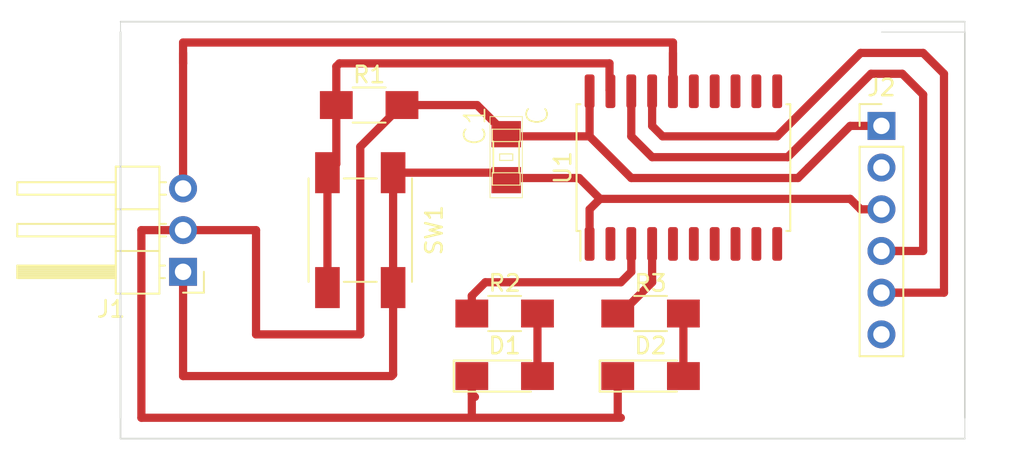
<source format=kicad_pcb>
(kicad_pcb (version 20171130) (host pcbnew "(5.1.9)-1")

  (general
    (thickness 1.6)
    (drawings 11)
    (tracks 80)
    (zones 0)
    (modules 10)
    (nets 25)
  )

  (page A4)
  (layers
    (0 F.Cu signal)
    (31 B.Cu signal)
    (32 B.Adhes user)
    (33 F.Adhes user)
    (34 B.Paste user)
    (35 F.Paste user)
    (36 B.SilkS user)
    (37 F.SilkS user)
    (38 B.Mask user)
    (39 F.Mask user)
    (40 Dwgs.User user)
    (41 Cmts.User user)
    (42 Eco1.User user)
    (43 Eco2.User user)
    (44 Edge.Cuts user)
    (45 Margin user)
    (46 B.CrtYd user)
    (47 F.CrtYd user)
    (48 B.Fab user)
    (49 F.Fab user)
  )

  (setup
    (last_trace_width 0.5)
    (user_trace_width 0.5)
    (trace_clearance 0.2)
    (zone_clearance 0.508)
    (zone_45_only no)
    (trace_min 0.4)
    (via_size 0.8)
    (via_drill 0.4)
    (via_min_size 0.4)
    (via_min_drill 0.3)
    (uvia_size 0.3)
    (uvia_drill 0.1)
    (uvias_allowed no)
    (uvia_min_size 0.2)
    (uvia_min_drill 0.1)
    (edge_width 0.05)
    (segment_width 0.2)
    (pcb_text_width 0.3)
    (pcb_text_size 1.5 1.5)
    (mod_edge_width 0.12)
    (mod_text_size 1 1)
    (mod_text_width 0.15)
    (pad_size 1.524 1.524)
    (pad_drill 0.762)
    (pad_to_mask_clearance 0)
    (aux_axis_origin 0 0)
    (visible_elements 7FFFFFFF)
    (pcbplotparams
      (layerselection 0x01100_7fffffff)
      (usegerberextensions false)
      (usegerberattributes true)
      (usegerberadvancedattributes true)
      (creategerberjobfile true)
      (excludeedgelayer true)
      (linewidth 0.100000)
      (plotframeref false)
      (viasonmask false)
      (mode 1)
      (useauxorigin false)
      (hpglpennumber 1)
      (hpglpenspeed 20)
      (hpglpendiameter 15.000000)
      (psnegative false)
      (psa4output false)
      (plotreference true)
      (plotvalue true)
      (plotinvisibletext false)
      (padsonsilk false)
      (subtractmaskfromsilk false)
      (outputformat 1)
      (mirror false)
      (drillshape 0)
      (scaleselection 1)
      (outputdirectory "C:/Users/goodm/OneDrive/Documents/KiCAD/Blinkbutton1616/"))
  )

  (net 0 "")
  (net 1 GND)
  (net 2 VCC)
  (net 3 "Net-(D1-Pad2)")
  (net 4 "Net-(D2-Pad2)")
  (net 5 "Net-(J1-Pad3)")
  (net 6 "Net-(J2-Pad6)")
  (net 7 RX)
  (net 8 TX)
  (net 9 "Net-(J2-Pad2)")
  (net 10 "Net-(R1-Pad1)")
  (net 11 LED1)
  (net 12 LED2)
  (net 13 "Net-(U1-Pad15)")
  (net 14 "Net-(U1-Pad14)")
  (net 15 "Net-(U1-Pad13)")
  (net 16 "Net-(U1-Pad12)")
  (net 17 "Net-(U1-Pad11)")
  (net 18 "Net-(U1-Pad10)")
  (net 19 "Net-(U1-Pad9)")
  (net 20 "Net-(U1-Pad8)")
  (net 21 "Net-(U1-Pad7)")
  (net 22 "Net-(U1-Pad6)")
  (net 23 "Net-(U1-Pad5)")
  (net 24 "Net-(U1-Pad2)")

  (net_class Default "This is the default net class."
    (clearance 0.2)
    (trace_width 0.25)
    (via_dia 0.8)
    (via_drill 0.4)
    (uvia_dia 0.3)
    (uvia_drill 0.1)
    (add_net GND)
    (add_net LED1)
    (add_net LED2)
    (add_net "Net-(D1-Pad2)")
    (add_net "Net-(D2-Pad2)")
    (add_net "Net-(J1-Pad3)")
    (add_net "Net-(J2-Pad2)")
    (add_net "Net-(J2-Pad6)")
    (add_net "Net-(R1-Pad1)")
    (add_net "Net-(U1-Pad10)")
    (add_net "Net-(U1-Pad11)")
    (add_net "Net-(U1-Pad12)")
    (add_net "Net-(U1-Pad13)")
    (add_net "Net-(U1-Pad14)")
    (add_net "Net-(U1-Pad15)")
    (add_net "Net-(U1-Pad2)")
    (add_net "Net-(U1-Pad5)")
    (add_net "Net-(U1-Pad6)")
    (add_net "Net-(U1-Pad7)")
    (add_net "Net-(U1-Pad8)")
    (add_net "Net-(U1-Pad9)")
    (add_net RX)
    (add_net TX)
    (add_net VCC)
  )

  (module Package_SO:SOIC-20W_7.5x12.8mm_P1.27mm (layer F.Cu) (tedit 5D9F72B1) (tstamp 60013425)
    (at 146.05 118.11 90)
    (descr "SOIC, 20 Pin (JEDEC MS-013AC, https://www.analog.com/media/en/package-pcb-resources/package/233848rw_20.pdf), generated with kicad-footprint-generator ipc_gullwing_generator.py")
    (tags "SOIC SO")
    (path /600136EB)
    (attr smd)
    (fp_text reference U1 (at 0 -7.35 90) (layer F.SilkS)
      (effects (font (size 1 1) (thickness 0.15)))
    )
    (fp_text value ATtiny1616-S (at 0 7.35 90) (layer F.Fab)
      (effects (font (size 1 1) (thickness 0.15)))
    )
    (fp_text user %R (at 0 0 90) (layer F.Fab)
      (effects (font (size 1 1) (thickness 0.15)))
    )
    (fp_line (start 0 6.51) (end 3.86 6.51) (layer F.SilkS) (width 0.12))
    (fp_line (start 3.86 6.51) (end 3.86 6.275) (layer F.SilkS) (width 0.12))
    (fp_line (start 0 6.51) (end -3.86 6.51) (layer F.SilkS) (width 0.12))
    (fp_line (start -3.86 6.51) (end -3.86 6.275) (layer F.SilkS) (width 0.12))
    (fp_line (start 0 -6.51) (end 3.86 -6.51) (layer F.SilkS) (width 0.12))
    (fp_line (start 3.86 -6.51) (end 3.86 -6.275) (layer F.SilkS) (width 0.12))
    (fp_line (start 0 -6.51) (end -3.86 -6.51) (layer F.SilkS) (width 0.12))
    (fp_line (start -3.86 -6.51) (end -3.86 -6.275) (layer F.SilkS) (width 0.12))
    (fp_line (start -3.86 -6.275) (end -5.675 -6.275) (layer F.SilkS) (width 0.12))
    (fp_line (start -2.75 -6.4) (end 3.75 -6.4) (layer F.Fab) (width 0.1))
    (fp_line (start 3.75 -6.4) (end 3.75 6.4) (layer F.Fab) (width 0.1))
    (fp_line (start 3.75 6.4) (end -3.75 6.4) (layer F.Fab) (width 0.1))
    (fp_line (start -3.75 6.4) (end -3.75 -5.4) (layer F.Fab) (width 0.1))
    (fp_line (start -3.75 -5.4) (end -2.75 -6.4) (layer F.Fab) (width 0.1))
    (fp_line (start -5.93 -6.65) (end -5.93 6.65) (layer F.CrtYd) (width 0.05))
    (fp_line (start -5.93 6.65) (end 5.93 6.65) (layer F.CrtYd) (width 0.05))
    (fp_line (start 5.93 6.65) (end 5.93 -6.65) (layer F.CrtYd) (width 0.05))
    (fp_line (start 5.93 -6.65) (end -5.93 -6.65) (layer F.CrtYd) (width 0.05))
    (pad 20 smd roundrect (at 4.65 -5.715 90) (size 2.05 0.6) (layers F.Cu F.Paste F.Mask) (roundrect_rratio 0.25)
      (net 1 GND))
    (pad 19 smd roundrect (at 4.65 -4.445 90) (size 2.05 0.6) (layers F.Cu F.Paste F.Mask) (roundrect_rratio 0.25)
      (net 10 "Net-(R1-Pad1)"))
    (pad 18 smd roundrect (at 4.65 -3.175 90) (size 2.05 0.6) (layers F.Cu F.Paste F.Mask) (roundrect_rratio 0.25)
      (net 8 TX))
    (pad 17 smd roundrect (at 4.65 -1.905 90) (size 2.05 0.6) (layers F.Cu F.Paste F.Mask) (roundrect_rratio 0.25)
      (net 7 RX))
    (pad 16 smd roundrect (at 4.65 -0.635 90) (size 2.05 0.6) (layers F.Cu F.Paste F.Mask) (roundrect_rratio 0.25)
      (net 5 "Net-(J1-Pad3)"))
    (pad 15 smd roundrect (at 4.65 0.635 90) (size 2.05 0.6) (layers F.Cu F.Paste F.Mask) (roundrect_rratio 0.25)
      (net 13 "Net-(U1-Pad15)"))
    (pad 14 smd roundrect (at 4.65 1.905 90) (size 2.05 0.6) (layers F.Cu F.Paste F.Mask) (roundrect_rratio 0.25)
      (net 14 "Net-(U1-Pad14)"))
    (pad 13 smd roundrect (at 4.65 3.175 90) (size 2.05 0.6) (layers F.Cu F.Paste F.Mask) (roundrect_rratio 0.25)
      (net 15 "Net-(U1-Pad13)"))
    (pad 12 smd roundrect (at 4.65 4.445 90) (size 2.05 0.6) (layers F.Cu F.Paste F.Mask) (roundrect_rratio 0.25)
      (net 16 "Net-(U1-Pad12)"))
    (pad 11 smd roundrect (at 4.65 5.715 90) (size 2.05 0.6) (layers F.Cu F.Paste F.Mask) (roundrect_rratio 0.25)
      (net 17 "Net-(U1-Pad11)"))
    (pad 10 smd roundrect (at -4.65 5.715 90) (size 2.05 0.6) (layers F.Cu F.Paste F.Mask) (roundrect_rratio 0.25)
      (net 18 "Net-(U1-Pad10)"))
    (pad 9 smd roundrect (at -4.65 4.445 90) (size 2.05 0.6) (layers F.Cu F.Paste F.Mask) (roundrect_rratio 0.25)
      (net 19 "Net-(U1-Pad9)"))
    (pad 8 smd roundrect (at -4.65 3.175 90) (size 2.05 0.6) (layers F.Cu F.Paste F.Mask) (roundrect_rratio 0.25)
      (net 20 "Net-(U1-Pad8)"))
    (pad 7 smd roundrect (at -4.65 1.905 90) (size 2.05 0.6) (layers F.Cu F.Paste F.Mask) (roundrect_rratio 0.25)
      (net 21 "Net-(U1-Pad7)"))
    (pad 6 smd roundrect (at -4.65 0.635 90) (size 2.05 0.6) (layers F.Cu F.Paste F.Mask) (roundrect_rratio 0.25)
      (net 22 "Net-(U1-Pad6)"))
    (pad 5 smd roundrect (at -4.65 -0.635 90) (size 2.05 0.6) (layers F.Cu F.Paste F.Mask) (roundrect_rratio 0.25)
      (net 23 "Net-(U1-Pad5)"))
    (pad 4 smd roundrect (at -4.65 -1.905 90) (size 2.05 0.6) (layers F.Cu F.Paste F.Mask) (roundrect_rratio 0.25)
      (net 12 LED2))
    (pad 3 smd roundrect (at -4.65 -3.175 90) (size 2.05 0.6) (layers F.Cu F.Paste F.Mask) (roundrect_rratio 0.25)
      (net 11 LED1))
    (pad 2 smd roundrect (at -4.65 -4.445 90) (size 2.05 0.6) (layers F.Cu F.Paste F.Mask) (roundrect_rratio 0.25)
      (net 24 "Net-(U1-Pad2)"))
    (pad 1 smd roundrect (at -4.65 -5.715 90) (size 2.05 0.6) (layers F.Cu F.Paste F.Mask) (roundrect_rratio 0.25)
      (net 2 VCC))
    (model ${KISYS3DMOD}/Package_SO.3dshapes/SOIC-20W_7.5x12.8mm_P1.27mm.wrl
      (at (xyz 0 0 0))
      (scale (xyz 1 1 1))
      (rotate (xyz 0 0 0))
    )
  )

  (module Connector_PinHeader_2.54mm:PinHeader_1x06_P2.54mm_Vertical (layer F.Cu) (tedit 59FED5CC) (tstamp 60015083)
    (at 158.115 115.57)
    (descr "Through hole straight pin header, 1x06, 2.54mm pitch, single row")
    (tags "Through hole pin header THT 1x06 2.54mm single row")
    (path /600252B5)
    (fp_text reference J2 (at 0 -2.33) (layer F.SilkS)
      (effects (font (size 1 1) (thickness 0.15)))
    )
    (fp_text value Conn_FTDI_01x06_Male (at 0 15.03) (layer F.Fab)
      (effects (font (size 1 1) (thickness 0.15)))
    )
    (fp_line (start 1.8 -1.8) (end -1.8 -1.8) (layer F.CrtYd) (width 0.05))
    (fp_line (start 1.8 14.5) (end 1.8 -1.8) (layer F.CrtYd) (width 0.05))
    (fp_line (start -1.8 14.5) (end 1.8 14.5) (layer F.CrtYd) (width 0.05))
    (fp_line (start -1.8 -1.8) (end -1.8 14.5) (layer F.CrtYd) (width 0.05))
    (fp_line (start -1.33 -1.33) (end 0 -1.33) (layer F.SilkS) (width 0.12))
    (fp_line (start -1.33 0) (end -1.33 -1.33) (layer F.SilkS) (width 0.12))
    (fp_line (start -1.33 1.27) (end 1.33 1.27) (layer F.SilkS) (width 0.12))
    (fp_line (start 1.33 1.27) (end 1.33 14.03) (layer F.SilkS) (width 0.12))
    (fp_line (start -1.33 1.27) (end -1.33 14.03) (layer F.SilkS) (width 0.12))
    (fp_line (start -1.33 14.03) (end 1.33 14.03) (layer F.SilkS) (width 0.12))
    (fp_line (start -1.27 -0.635) (end -0.635 -1.27) (layer F.Fab) (width 0.1))
    (fp_line (start -1.27 13.97) (end -1.27 -0.635) (layer F.Fab) (width 0.1))
    (fp_line (start 1.27 13.97) (end -1.27 13.97) (layer F.Fab) (width 0.1))
    (fp_line (start 1.27 -1.27) (end 1.27 13.97) (layer F.Fab) (width 0.1))
    (fp_line (start -0.635 -1.27) (end 1.27 -1.27) (layer F.Fab) (width 0.1))
    (fp_text user %R (at 0 6.35 90) (layer F.Fab)
      (effects (font (size 1 1) (thickness 0.15)))
    )
    (pad 6 thru_hole oval (at 0 12.7) (size 1.7 1.7) (drill 1) (layers *.Cu *.Mask)
      (net 6 "Net-(J2-Pad6)"))
    (pad 5 thru_hole oval (at 0 10.16) (size 1.7 1.7) (drill 1) (layers *.Cu *.Mask)
      (net 7 RX))
    (pad 4 thru_hole oval (at 0 7.62) (size 1.7 1.7) (drill 1) (layers *.Cu *.Mask)
      (net 8 TX))
    (pad 3 thru_hole oval (at 0 5.08) (size 1.7 1.7) (drill 1) (layers *.Cu *.Mask)
      (net 2 VCC))
    (pad 2 thru_hole oval (at 0 2.54) (size 1.7 1.7) (drill 1) (layers *.Cu *.Mask)
      (net 9 "Net-(J2-Pad2)"))
    (pad 1 thru_hole rect (at 0 0) (size 1.7 1.7) (drill 1) (layers *.Cu *.Mask)
      (net 1 GND))
    (model ${KISYS3DMOD}/Connector_PinHeader_2.54mm.3dshapes/PinHeader_1x06_P2.54mm_Vertical.wrl
      (at (xyz 0 0 0))
      (scale (xyz 1 1 1))
      (rotate (xyz 0 0 0))
    )
  )

  (module Connector_PinHeader_2.54mm:PinHeader_1x03_P2.54mm_Horizontal (layer F.Cu) (tedit 59FED5CB) (tstamp 60002154)
    (at 115.57 124.46 180)
    (descr "Through hole angled pin header, 1x03, 2.54mm pitch, 6mm pin length, single row")
    (tags "Through hole angled pin header THT 1x03 2.54mm single row")
    (path /6002AE56)
    (fp_text reference J1 (at 4.385 -2.27) (layer F.SilkS)
      (effects (font (size 1 1) (thickness 0.15)))
    )
    (fp_text value Conn_01x03_Male (at 4.385 7.35) (layer F.Fab)
      (effects (font (size 1 1) (thickness 0.15)))
    )
    (fp_line (start 10.55 -1.8) (end -1.8 -1.8) (layer F.CrtYd) (width 0.05))
    (fp_line (start 10.55 6.85) (end 10.55 -1.8) (layer F.CrtYd) (width 0.05))
    (fp_line (start -1.8 6.85) (end 10.55 6.85) (layer F.CrtYd) (width 0.05))
    (fp_line (start -1.8 -1.8) (end -1.8 6.85) (layer F.CrtYd) (width 0.05))
    (fp_line (start -1.27 -1.27) (end 0 -1.27) (layer F.SilkS) (width 0.12))
    (fp_line (start -1.27 0) (end -1.27 -1.27) (layer F.SilkS) (width 0.12))
    (fp_line (start 1.042929 5.46) (end 1.44 5.46) (layer F.SilkS) (width 0.12))
    (fp_line (start 1.042929 4.7) (end 1.44 4.7) (layer F.SilkS) (width 0.12))
    (fp_line (start 10.1 5.46) (end 4.1 5.46) (layer F.SilkS) (width 0.12))
    (fp_line (start 10.1 4.7) (end 10.1 5.46) (layer F.SilkS) (width 0.12))
    (fp_line (start 4.1 4.7) (end 10.1 4.7) (layer F.SilkS) (width 0.12))
    (fp_line (start 1.44 3.81) (end 4.1 3.81) (layer F.SilkS) (width 0.12))
    (fp_line (start 1.042929 2.92) (end 1.44 2.92) (layer F.SilkS) (width 0.12))
    (fp_line (start 1.042929 2.16) (end 1.44 2.16) (layer F.SilkS) (width 0.12))
    (fp_line (start 10.1 2.92) (end 4.1 2.92) (layer F.SilkS) (width 0.12))
    (fp_line (start 10.1 2.16) (end 10.1 2.92) (layer F.SilkS) (width 0.12))
    (fp_line (start 4.1 2.16) (end 10.1 2.16) (layer F.SilkS) (width 0.12))
    (fp_line (start 1.44 1.27) (end 4.1 1.27) (layer F.SilkS) (width 0.12))
    (fp_line (start 1.11 0.38) (end 1.44 0.38) (layer F.SilkS) (width 0.12))
    (fp_line (start 1.11 -0.38) (end 1.44 -0.38) (layer F.SilkS) (width 0.12))
    (fp_line (start 4.1 0.28) (end 10.1 0.28) (layer F.SilkS) (width 0.12))
    (fp_line (start 4.1 0.16) (end 10.1 0.16) (layer F.SilkS) (width 0.12))
    (fp_line (start 4.1 0.04) (end 10.1 0.04) (layer F.SilkS) (width 0.12))
    (fp_line (start 4.1 -0.08) (end 10.1 -0.08) (layer F.SilkS) (width 0.12))
    (fp_line (start 4.1 -0.2) (end 10.1 -0.2) (layer F.SilkS) (width 0.12))
    (fp_line (start 4.1 -0.32) (end 10.1 -0.32) (layer F.SilkS) (width 0.12))
    (fp_line (start 10.1 0.38) (end 4.1 0.38) (layer F.SilkS) (width 0.12))
    (fp_line (start 10.1 -0.38) (end 10.1 0.38) (layer F.SilkS) (width 0.12))
    (fp_line (start 4.1 -0.38) (end 10.1 -0.38) (layer F.SilkS) (width 0.12))
    (fp_line (start 4.1 -1.33) (end 1.44 -1.33) (layer F.SilkS) (width 0.12))
    (fp_line (start 4.1 6.41) (end 4.1 -1.33) (layer F.SilkS) (width 0.12))
    (fp_line (start 1.44 6.41) (end 4.1 6.41) (layer F.SilkS) (width 0.12))
    (fp_line (start 1.44 -1.33) (end 1.44 6.41) (layer F.SilkS) (width 0.12))
    (fp_line (start 4.04 5.4) (end 10.04 5.4) (layer F.Fab) (width 0.1))
    (fp_line (start 10.04 4.76) (end 10.04 5.4) (layer F.Fab) (width 0.1))
    (fp_line (start 4.04 4.76) (end 10.04 4.76) (layer F.Fab) (width 0.1))
    (fp_line (start -0.32 5.4) (end 1.5 5.4) (layer F.Fab) (width 0.1))
    (fp_line (start -0.32 4.76) (end -0.32 5.4) (layer F.Fab) (width 0.1))
    (fp_line (start -0.32 4.76) (end 1.5 4.76) (layer F.Fab) (width 0.1))
    (fp_line (start 4.04 2.86) (end 10.04 2.86) (layer F.Fab) (width 0.1))
    (fp_line (start 10.04 2.22) (end 10.04 2.86) (layer F.Fab) (width 0.1))
    (fp_line (start 4.04 2.22) (end 10.04 2.22) (layer F.Fab) (width 0.1))
    (fp_line (start -0.32 2.86) (end 1.5 2.86) (layer F.Fab) (width 0.1))
    (fp_line (start -0.32 2.22) (end -0.32 2.86) (layer F.Fab) (width 0.1))
    (fp_line (start -0.32 2.22) (end 1.5 2.22) (layer F.Fab) (width 0.1))
    (fp_line (start 4.04 0.32) (end 10.04 0.32) (layer F.Fab) (width 0.1))
    (fp_line (start 10.04 -0.32) (end 10.04 0.32) (layer F.Fab) (width 0.1))
    (fp_line (start 4.04 -0.32) (end 10.04 -0.32) (layer F.Fab) (width 0.1))
    (fp_line (start -0.32 0.32) (end 1.5 0.32) (layer F.Fab) (width 0.1))
    (fp_line (start -0.32 -0.32) (end -0.32 0.32) (layer F.Fab) (width 0.1))
    (fp_line (start -0.32 -0.32) (end 1.5 -0.32) (layer F.Fab) (width 0.1))
    (fp_line (start 1.5 -0.635) (end 2.135 -1.27) (layer F.Fab) (width 0.1))
    (fp_line (start 1.5 6.35) (end 1.5 -0.635) (layer F.Fab) (width 0.1))
    (fp_line (start 4.04 6.35) (end 1.5 6.35) (layer F.Fab) (width 0.1))
    (fp_line (start 4.04 -1.27) (end 4.04 6.35) (layer F.Fab) (width 0.1))
    (fp_line (start 2.135 -1.27) (end 4.04 -1.27) (layer F.Fab) (width 0.1))
    (fp_text user %R (at 2.77 2.54 90) (layer F.Fab)
      (effects (font (size 1 1) (thickness 0.15)))
    )
    (pad 3 thru_hole oval (at 0 5.08 180) (size 1.7 1.7) (drill 1) (layers *.Cu *.Mask)
      (net 5 "Net-(J1-Pad3)"))
    (pad 2 thru_hole oval (at 0 2.54 180) (size 1.7 1.7) (drill 1) (layers *.Cu *.Mask)
      (net 1 GND))
    (pad 1 thru_hole rect (at 0 0 180) (size 1.7 1.7) (drill 1) (layers *.Cu *.Mask)
      (net 2 VCC))
    (model ${KISYS3DMOD}/Connector_PinHeader_2.54mm.3dshapes/PinHeader_1x03_P2.54mm_Horizontal.wrl
      (at (xyz 0 0 0))
      (scale (xyz 1 1 1))
      (rotate (xyz 0 0 0))
    )
  )

  (module fab:Button_Omron_B3SN_6x6mm (layer F.Cu) (tedit 5EC65B05) (tstamp 60004662)
    (at 126.365 121.92 270)
    (descr "Surface Mount Tactile Switch for High-Density Packaging")
    (tags "Tactile Switch")
    (path /60026D90)
    (attr smd)
    (fp_text reference SW1 (at 0 -4.5 90) (layer F.SilkS)
      (effects (font (size 1 1) (thickness 0.15)))
    )
    (fp_text value BUTTON_B3SN (at 0 4.5 90) (layer F.Fab)
      (effects (font (size 1 1) (thickness 0.15)))
    )
    (fp_line (start -5 3.7) (end 5 3.7) (layer F.CrtYd) (width 0.05))
    (fp_line (start 5 3.7) (end 5 -3.7) (layer F.CrtYd) (width 0.05))
    (fp_line (start 5 -3.7) (end -5 -3.7) (layer F.CrtYd) (width 0.05))
    (fp_line (start -5 -3.7) (end -5 3.7) (layer F.CrtYd) (width 0.05))
    (fp_line (start -3.15 -3.15) (end 3.15 -3.15) (layer F.SilkS) (width 0.12))
    (fp_line (start -3.15 1) (end -3.15 -1) (layer F.SilkS) (width 0.12))
    (fp_line (start 3.15 3.15) (end -3.15 3.15) (layer F.SilkS) (width 0.12))
    (fp_line (start 3.15 -1) (end 3.15 1) (layer F.SilkS) (width 0.12))
    (fp_circle (center 0 0) (end 1.65 0) (layer F.Fab) (width 0.1))
    (fp_line (start -3 -3) (end 3 -3) (layer F.Fab) (width 0.1))
    (fp_line (start 3 -3) (end 3 3) (layer F.Fab) (width 0.1))
    (fp_line (start 3 3) (end -3 3) (layer F.Fab) (width 0.1))
    (fp_line (start -3 3) (end -3 -3) (layer F.Fab) (width 0.1))
    (fp_text user %R (at 0 -4.5 90) (layer F.Fab)
      (effects (font (size 1 1) (thickness 0.15)))
    )
    (pad 1 smd rect (at -3.5 -2 270) (size 2.5 1.5) (layers F.Cu F.Paste F.Mask)
      (net 2 VCC))
    (pad 1 smd rect (at 3.5 -2 270) (size 2.5 1.5) (layers F.Cu F.Paste F.Mask)
      (net 2 VCC))
    (pad 2 smd rect (at -3.5 2 270) (size 2.5 1.5) (layers F.Cu F.Paste F.Mask)
      (net 10 "Net-(R1-Pad1)"))
    (pad 2 smd rect (at 3.5 2 270) (size 2.5 1.5) (layers F.Cu F.Paste F.Mask)
      (net 10 "Net-(R1-Pad1)"))
    (model ${KISYS3DMOD}/Buttons_Switches_SMD.3dshapes/SW_SPST_B3S-1000.wrl
      (at (xyz 0 0 0))
      (scale (xyz 1 1 1))
      (rotate (xyz 0 0 0))
    )
  )

  (module fab:R_1206 (layer F.Cu) (tedit 58E0A804) (tstamp 600143F0)
    (at 144.05 127)
    (descr "Resistor SMD 1206, hand soldering")
    (tags "resistor 1206")
    (path /6002D96C)
    (attr smd)
    (fp_text reference R3 (at 0 -1.85) (layer F.SilkS)
      (effects (font (size 1 1) (thickness 0.15)))
    )
    (fp_text value 1K (at 0 1.9) (layer F.Fab)
      (effects (font (size 1 1) (thickness 0.15)))
    )
    (fp_line (start -1.6 0.8) (end -1.6 -0.8) (layer F.Fab) (width 0.1))
    (fp_line (start 1.6 0.8) (end -1.6 0.8) (layer F.Fab) (width 0.1))
    (fp_line (start 1.6 -0.8) (end 1.6 0.8) (layer F.Fab) (width 0.1))
    (fp_line (start -1.6 -0.8) (end 1.6 -0.8) (layer F.Fab) (width 0.1))
    (fp_line (start 1 1.07) (end -1 1.07) (layer F.SilkS) (width 0.12))
    (fp_line (start -1 -1.07) (end 1 -1.07) (layer F.SilkS) (width 0.12))
    (fp_line (start -3.25 -1.11) (end 3.25 -1.11) (layer F.CrtYd) (width 0.05))
    (fp_line (start -3.25 -1.11) (end -3.25 1.1) (layer F.CrtYd) (width 0.05))
    (fp_line (start 3.25 1.1) (end 3.25 -1.11) (layer F.CrtYd) (width 0.05))
    (fp_line (start 3.25 1.1) (end -3.25 1.1) (layer F.CrtYd) (width 0.05))
    (fp_text user %R (at 0 0) (layer F.Fab)
      (effects (font (size 0.7 0.7) (thickness 0.105)))
    )
    (pad 1 smd rect (at -2 0) (size 2 1.7) (layers F.Cu F.Paste F.Mask)
      (net 12 LED2))
    (pad 2 smd rect (at 2 0) (size 2 1.7) (layers F.Cu F.Paste F.Mask)
      (net 4 "Net-(D2-Pad2)"))
    (model ${KISYS3DMOD}/Resistors_SMD.3dshapes/R_1206.wrl
      (at (xyz 0 0 0))
      (scale (xyz 1 1 1))
      (rotate (xyz 0 0 0))
    )
  )

  (module fab:R_1206 (layer F.Cu) (tedit 58E0A804) (tstamp 60014420)
    (at 135.16 127)
    (descr "Resistor SMD 1206, hand soldering")
    (tags "resistor 1206")
    (path /6002CEA8)
    (attr smd)
    (fp_text reference R2 (at 0 -1.85) (layer F.SilkS)
      (effects (font (size 1 1) (thickness 0.15)))
    )
    (fp_text value 1K (at 0 1.9) (layer F.Fab)
      (effects (font (size 1 1) (thickness 0.15)))
    )
    (fp_line (start -1.6 0.8) (end -1.6 -0.8) (layer F.Fab) (width 0.1))
    (fp_line (start 1.6 0.8) (end -1.6 0.8) (layer F.Fab) (width 0.1))
    (fp_line (start 1.6 -0.8) (end 1.6 0.8) (layer F.Fab) (width 0.1))
    (fp_line (start -1.6 -0.8) (end 1.6 -0.8) (layer F.Fab) (width 0.1))
    (fp_line (start 1 1.07) (end -1 1.07) (layer F.SilkS) (width 0.12))
    (fp_line (start -1 -1.07) (end 1 -1.07) (layer F.SilkS) (width 0.12))
    (fp_line (start -3.25 -1.11) (end 3.25 -1.11) (layer F.CrtYd) (width 0.05))
    (fp_line (start -3.25 -1.11) (end -3.25 1.1) (layer F.CrtYd) (width 0.05))
    (fp_line (start 3.25 1.1) (end 3.25 -1.11) (layer F.CrtYd) (width 0.05))
    (fp_line (start 3.25 1.1) (end -3.25 1.1) (layer F.CrtYd) (width 0.05))
    (fp_text user %R (at 0 0) (layer F.Fab)
      (effects (font (size 0.7 0.7) (thickness 0.105)))
    )
    (pad 1 smd rect (at -2 0) (size 2 1.7) (layers F.Cu F.Paste F.Mask)
      (net 11 LED1))
    (pad 2 smd rect (at 2 0) (size 2 1.7) (layers F.Cu F.Paste F.Mask)
      (net 3 "Net-(D1-Pad2)"))
    (model ${KISYS3DMOD}/Resistors_SMD.3dshapes/R_1206.wrl
      (at (xyz 0 0 0))
      (scale (xyz 1 1 1))
      (rotate (xyz 0 0 0))
    )
  )

  (module fab:R_1206 (layer F.Cu) (tedit 58E0A804) (tstamp 60004C78)
    (at 126.905 114.3)
    (descr "Resistor SMD 1206, hand soldering")
    (tags "resistor 1206")
    (path /6003A20C)
    (attr smd)
    (fp_text reference R1 (at 0 -1.85) (layer F.SilkS)
      (effects (font (size 1 1) (thickness 0.15)))
    )
    (fp_text value 1K (at 0 1.9) (layer F.Fab)
      (effects (font (size 1 1) (thickness 0.15)))
    )
    (fp_line (start -1.6 0.8) (end -1.6 -0.8) (layer F.Fab) (width 0.1))
    (fp_line (start 1.6 0.8) (end -1.6 0.8) (layer F.Fab) (width 0.1))
    (fp_line (start 1.6 -0.8) (end 1.6 0.8) (layer F.Fab) (width 0.1))
    (fp_line (start -1.6 -0.8) (end 1.6 -0.8) (layer F.Fab) (width 0.1))
    (fp_line (start 1 1.07) (end -1 1.07) (layer F.SilkS) (width 0.12))
    (fp_line (start -1 -1.07) (end 1 -1.07) (layer F.SilkS) (width 0.12))
    (fp_line (start -3.25 -1.11) (end 3.25 -1.11) (layer F.CrtYd) (width 0.05))
    (fp_line (start -3.25 -1.11) (end -3.25 1.1) (layer F.CrtYd) (width 0.05))
    (fp_line (start 3.25 1.1) (end 3.25 -1.11) (layer F.CrtYd) (width 0.05))
    (fp_line (start 3.25 1.1) (end -3.25 1.1) (layer F.CrtYd) (width 0.05))
    (fp_text user %R (at 0 0) (layer F.Fab)
      (effects (font (size 0.7 0.7) (thickness 0.105)))
    )
    (pad 1 smd rect (at -2 0) (size 2 1.7) (layers F.Cu F.Paste F.Mask)
      (net 10 "Net-(R1-Pad1)"))
    (pad 2 smd rect (at 2 0) (size 2 1.7) (layers F.Cu F.Paste F.Mask)
      (net 1 GND))
    (model ${KISYS3DMOD}/Resistors_SMD.3dshapes/R_1206.wrl
      (at (xyz 0 0 0))
      (scale (xyz 1 1 1))
      (rotate (xyz 0 0 0))
    )
  )

  (module fab:LED_1206 (layer F.Cu) (tedit 595FC724) (tstamp 6001437C)
    (at 144.05 130.81)
    (descr "LED SMD 1206, hand soldering")
    (tags "LED 1206")
    (path /60029C72)
    (attr smd)
    (fp_text reference D2 (at 0 -1.85) (layer F.SilkS)
      (effects (font (size 1 1) (thickness 0.15)))
    )
    (fp_text value "LED GRN" (at 0 1.9) (layer F.Fab)
      (effects (font (size 1 1) (thickness 0.15)))
    )
    (fp_line (start -3.1 -0.95) (end -3.1 0.95) (layer F.SilkS) (width 0.12))
    (fp_line (start -0.4 0) (end 0.2 -0.4) (layer F.Fab) (width 0.1))
    (fp_line (start 0.2 -0.4) (end 0.2 0.4) (layer F.Fab) (width 0.1))
    (fp_line (start 0.2 0.4) (end -0.4 0) (layer F.Fab) (width 0.1))
    (fp_line (start -0.45 -0.4) (end -0.45 0.4) (layer F.Fab) (width 0.1))
    (fp_line (start -1.6 0.8) (end -1.6 -0.8) (layer F.Fab) (width 0.1))
    (fp_line (start 1.6 0.8) (end -1.6 0.8) (layer F.Fab) (width 0.1))
    (fp_line (start 1.6 -0.8) (end 1.6 0.8) (layer F.Fab) (width 0.1))
    (fp_line (start -1.6 -0.8) (end 1.6 -0.8) (layer F.Fab) (width 0.1))
    (fp_line (start -3.1 0.95) (end 1.6 0.95) (layer F.SilkS) (width 0.12))
    (fp_line (start -3.1 -0.95) (end 1.6 -0.95) (layer F.SilkS) (width 0.12))
    (fp_line (start -3.25 -1.11) (end 3.25 -1.11) (layer F.CrtYd) (width 0.05))
    (fp_line (start -3.25 -1.11) (end -3.25 1.1) (layer F.CrtYd) (width 0.05))
    (fp_line (start 3.25 1.1) (end 3.25 -1.11) (layer F.CrtYd) (width 0.05))
    (fp_line (start 3.25 1.1) (end -3.25 1.1) (layer F.CrtYd) (width 0.05))
    (pad 1 smd rect (at -2 0) (size 2 1.7) (layers F.Cu F.Paste F.Mask)
      (net 1 GND))
    (pad 2 smd rect (at 2 0) (size 2 1.7) (layers F.Cu F.Paste F.Mask)
      (net 4 "Net-(D2-Pad2)"))
    (model ${KISYS3DMOD}/LEDs.3dshapes/LED_1206.wrl
      (at (xyz 0 0 0))
      (scale (xyz 1 1 1))
      (rotate (xyz 0 0 180))
    )
  )

  (module fab:LED_1206 (layer F.Cu) (tedit 595FC724) (tstamp 600143B8)
    (at 135.16 130.81)
    (descr "LED SMD 1206, hand soldering")
    (tags "LED 1206")
    (path /600284C6)
    (attr smd)
    (fp_text reference D1 (at 0 -1.85) (layer F.SilkS)
      (effects (font (size 1 1) (thickness 0.15)))
    )
    (fp_text value "LED YLW" (at 0 1.9) (layer F.Fab)
      (effects (font (size 1 1) (thickness 0.15)))
    )
    (fp_line (start -3.1 -0.95) (end -3.1 0.95) (layer F.SilkS) (width 0.12))
    (fp_line (start -0.4 0) (end 0.2 -0.4) (layer F.Fab) (width 0.1))
    (fp_line (start 0.2 -0.4) (end 0.2 0.4) (layer F.Fab) (width 0.1))
    (fp_line (start 0.2 0.4) (end -0.4 0) (layer F.Fab) (width 0.1))
    (fp_line (start -0.45 -0.4) (end -0.45 0.4) (layer F.Fab) (width 0.1))
    (fp_line (start -1.6 0.8) (end -1.6 -0.8) (layer F.Fab) (width 0.1))
    (fp_line (start 1.6 0.8) (end -1.6 0.8) (layer F.Fab) (width 0.1))
    (fp_line (start 1.6 -0.8) (end 1.6 0.8) (layer F.Fab) (width 0.1))
    (fp_line (start -1.6 -0.8) (end 1.6 -0.8) (layer F.Fab) (width 0.1))
    (fp_line (start -3.1 0.95) (end 1.6 0.95) (layer F.SilkS) (width 0.12))
    (fp_line (start -3.1 -0.95) (end 1.6 -0.95) (layer F.SilkS) (width 0.12))
    (fp_line (start -3.25 -1.11) (end 3.25 -1.11) (layer F.CrtYd) (width 0.05))
    (fp_line (start -3.25 -1.11) (end -3.25 1.1) (layer F.CrtYd) (width 0.05))
    (fp_line (start 3.25 1.1) (end 3.25 -1.11) (layer F.CrtYd) (width 0.05))
    (fp_line (start 3.25 1.1) (end -3.25 1.1) (layer F.CrtYd) (width 0.05))
    (pad 1 smd rect (at -2 0) (size 2 1.7) (layers F.Cu F.Paste F.Mask)
      (net 1 GND))
    (pad 2 smd rect (at 2 0) (size 2 1.7) (layers F.Cu F.Paste F.Mask)
      (net 3 "Net-(D1-Pad2)"))
    (model ${KISYS3DMOD}/LEDs.3dshapes/LED_1206.wrl
      (at (xyz 0 0 0))
      (scale (xyz 1 1 1))
      (rotate (xyz 0 0 180))
    )
  )

  (module fab:fab-C1206 (layer F.Cu) (tedit 200000) (tstamp 600041D0)
    (at 135.255 117.475 90)
    (descr CAPACITOR)
    (tags CAPACITOR)
    (path /60024360)
    (attr smd)
    (fp_text reference C1 (at 1.905 -1.905 90) (layer F.SilkS)
      (effects (font (size 1.27 1.27) (thickness 0.1016)))
    )
    (fp_text value C (at 2.54 1.905 90) (layer F.SilkS)
      (effects (font (size 1.27 1.27) (thickness 0.1016)))
    )
    (fp_line (start -0.96266 0.78486) (end 0.96266 0.78486) (layer F.SilkS) (width 0.1016))
    (fp_line (start -0.96266 -0.78486) (end 0.96266 -0.78486) (layer F.SilkS) (width 0.1016))
    (fp_line (start 2.47142 -0.98298) (end 2.47142 0.98298) (layer F.SilkS) (width 0.0508))
    (fp_line (start -2.47142 0.98298) (end -2.47142 -0.98298) (layer F.SilkS) (width 0.0508))
    (fp_line (start 2.47142 0.98298) (end -2.47142 0.98298) (layer F.SilkS) (width 0.0508))
    (fp_line (start -2.47142 -0.98298) (end 2.47142 -0.98298) (layer F.SilkS) (width 0.0508))
    (fp_line (start -0.19812 0.39878) (end -0.19812 -0.39878) (layer F.SilkS) (width 0.06604))
    (fp_line (start -0.19812 -0.39878) (end 0.19812 -0.39878) (layer F.SilkS) (width 0.06604))
    (fp_line (start 0.19812 0.39878) (end 0.19812 -0.39878) (layer F.SilkS) (width 0.06604))
    (fp_line (start -0.19812 0.39878) (end 0.19812 0.39878) (layer F.SilkS) (width 0.06604))
    (fp_line (start 0.94996 0.84836) (end 0.94996 -0.8509) (layer F.SilkS) (width 0.06604))
    (fp_line (start 0.94996 -0.8509) (end 1.7018 -0.8509) (layer F.SilkS) (width 0.06604))
    (fp_line (start 1.7018 0.84836) (end 1.7018 -0.8509) (layer F.SilkS) (width 0.06604))
    (fp_line (start 0.94996 0.84836) (end 1.7018 0.84836) (layer F.SilkS) (width 0.06604))
    (fp_line (start -1.7018 0.8509) (end -1.7018 -0.84836) (layer F.SilkS) (width 0.06604))
    (fp_line (start -1.7018 -0.84836) (end -0.94996 -0.84836) (layer F.SilkS) (width 0.06604))
    (fp_line (start -0.94996 0.8509) (end -0.94996 -0.84836) (layer F.SilkS) (width 0.06604))
    (fp_line (start -1.7018 0.8509) (end -0.94996 0.8509) (layer F.SilkS) (width 0.06604))
    (pad 2 smd rect (at 1.39954 0 90) (size 1.59766 1.79832) (layers F.Cu F.Paste F.Mask)
      (net 1 GND))
    (pad 1 smd rect (at -1.39954 0 90) (size 1.59766 1.79832) (layers F.Cu F.Paste F.Mask)
      (net 2 VCC))
  )

  (gr_poly (pts (xy 164.465 135.89) (xy 110.49 135.89) (xy 110.49 107.95) (xy 164.465 107.95)) (layer Margin) (width 0.1))
  (gr_poly (pts (xy 163.195 134.62) (xy 111.76 134.62) (xy 111.76 109.22) (xy 163.195 109.22)) (layer Dwgs.User) (width 0.1))
  (gr_line (start 111.76 109.22) (end 111.76 109.855) (layer Edge.Cuts) (width 0.05) (tstamp 600145FC))
  (gr_line (start 163.195 109.855) (end 163.195 109.22) (layer Edge.Cuts) (width 0.05) (tstamp 600145FB))
  (gr_line (start 163.195 134.62) (end 163.195 133.35) (layer Edge.Cuts) (width 0.05) (tstamp 600145FA))
  (gr_line (start 111.76 109.22) (end 163.195 109.22) (layer Edge.Cuts) (width 0.1))
  (gr_line (start 111.76 134.62) (end 111.76 109.855) (layer Edge.Cuts) (width 0.1))
  (gr_line (start 163.195 134.62) (end 111.76 134.62) (layer Edge.Cuts) (width 0.1))
  (gr_line (start 158.115 109.855) (end 163.195 109.855) (layer Edge.Cuts) (width 0.05) (tstamp 600133CF))
  (gr_line (start 163.195 109.855) (end 163.195 133.35) (layer Edge.Cuts) (width 0.1) (tstamp 6001332C))
  (gr_line (start 111.76 133.35) (end 111.76 109.855) (layer Edge.Cuts) (width 0.1))

  (segment (start 126.365 116.84) (end 128.905 114.3) (width 0.5) (layer F.Cu) (net 1))
  (segment (start 126.365 128.27) (end 126.365 116.84) (width 0.5) (layer F.Cu) (net 1))
  (segment (start 120.015 128.27) (end 126.365 128.27) (width 0.5) (layer F.Cu) (net 1))
  (segment (start 120.015 121.92) (end 120.015 128.27) (width 0.5) (layer F.Cu) (net 1))
  (segment (start 115.57 121.92) (end 120.015 121.92) (width 0.5) (layer F.Cu) (net 1))
  (segment (start 133.47954 114.3) (end 135.255 116.07546) (width 0.5) (layer F.Cu) (net 1))
  (segment (start 128.905 114.3) (end 133.47954 114.3) (width 0.5) (layer F.Cu) (net 1))
  (segment (start 133.16 131.89) (end 133.35 132.08) (width 0.5) (layer F.Cu) (net 1))
  (segment (start 133.16 130.81) (end 133.16 133.16) (width 0.5) (layer F.Cu) (net 1) (tstamp 60014447))
  (segment (start 142.05 130.81) (end 142.05 133.16) (width 0.5) (layer F.Cu) (net 1) (tstamp 60014444))
  (segment (start 113.03 121.92) (end 115.57 121.92) (width 0.5) (layer F.Cu) (net 1))
  (segment (start 113.03 133.35) (end 113.03 121.92) (width 0.5) (layer F.Cu) (net 1))
  (segment (start 142.24 133.35) (end 113.03 133.35) (width 0.5) (layer F.Cu) (net 1))
  (segment (start 158.115 115.57) (end 156.21 115.57) (width 0.5) (layer F.Cu) (net 1))
  (segment (start 153.67 118.11) (end 156.21 115.57) (width 0.5) (layer F.Cu) (net 1))
  (segment (start 142.875 118.745) (end 140.335 116.205) (width 0.5) (layer F.Cu) (net 1))
  (segment (start 140.335 113.46) (end 140.335 116.205) (width 0.5) (layer F.Cu) (net 1))
  (segment (start 153.67 118.11) (end 153.035 118.745) (width 0.5) (layer F.Cu) (net 1))
  (segment (start 142.875 118.745) (end 153.035 118.745) (width 0.5) (layer F.Cu) (net 1))
  (segment (start 135.38454 116.205) (end 135.255 116.07546) (width 0.5) (layer F.Cu) (net 1))
  (segment (start 140.335 116.205) (end 135.38454 116.205) (width 0.5) (layer F.Cu) (net 1))
  (segment (start 128.27 125.515) (end 128.365 125.42) (width 0.25) (layer F.Cu) (net 2))
  (segment (start 128.27 130.81) (end 128.27 125.515) (width 0.25) (layer F.Cu) (net 2))
  (segment (start 128.365 125.42) (end 128.365 130.715) (width 0.5) (layer F.Cu) (net 2))
  (segment (start 115.57 130.81) (end 115.57 124.46) (width 0.5) (layer F.Cu) (net 2))
  (segment (start 128.27 130.81) (end 128.365 130.715) (width 0.5) (layer F.Cu) (net 2))
  (segment (start 115.57 130.81) (end 128.27 130.81) (width 0.5) (layer F.Cu) (net 2))
  (segment (start 128.365 118.42) (end 128.365 125.42) (width 0.5) (layer F.Cu) (net 2))
  (segment (start 134.80046 118.42) (end 135.255 118.87454) (width 0.5) (layer F.Cu) (net 2))
  (segment (start 128.365 118.42) (end 134.80046 118.42) (width 0.5) (layer F.Cu) (net 2))
  (segment (start 140.335 120.65) (end 140.97 120.015) (width 0.5) (layer F.Cu) (net 2))
  (segment (start 140.335 122.76) (end 140.335 120.65) (width 0.5) (layer F.Cu) (net 2))
  (segment (start 156.845 120.65) (end 156.21 120.015) (width 0.5) (layer F.Cu) (net 2))
  (segment (start 158.115 120.65) (end 156.845 120.65) (width 0.5) (layer F.Cu) (net 2))
  (segment (start 140.97 120.015) (end 156.21 120.015) (width 0.5) (layer F.Cu) (net 2))
  (segment (start 135.38454 118.745) (end 135.255 118.87454) (width 0.5) (layer F.Cu) (net 2))
  (segment (start 139.7 118.745) (end 135.38454 118.745) (width 0.5) (layer F.Cu) (net 2))
  (segment (start 140.97 120.015) (end 139.7 118.745) (width 0.5) (layer F.Cu) (net 2))
  (segment (start 137.16 127) (end 137.16 130.81) (width 0.5) (layer F.Cu) (net 3) (tstamp 6001444D))
  (segment (start 146.05 127) (end 146.05 130.81) (width 0.5) (layer F.Cu) (net 4) (tstamp 60014450))
  (segment (start 145.415 111.125) (end 145.415 112.825) (width 0.5) (layer F.Cu) (net 5))
  (segment (start 145.415 110.49) (end 115.57 110.49) (width 0.5) (layer F.Cu) (net 5))
  (segment (start 145.415 113.46) (end 145.415 110.49) (width 0.5) (layer F.Cu) (net 5))
  (segment (start 115.57 110.49) (end 115.57 111.76) (width 0.5) (layer F.Cu) (net 5))
  (segment (start 115.57 111.76) (end 115.57 111.125) (width 0.5) (layer F.Cu) (net 5))
  (segment (start 115.57 119.38) (end 115.57 111.76) (width 0.5) (layer F.Cu) (net 5))
  (segment (start 159.385 125.73) (end 158.115 125.73) (width 0.5) (layer F.Cu) (net 7))
  (segment (start 144.145 115.57) (end 144.145 113.46) (width 0.5) (layer F.Cu) (net 7))
  (segment (start 144.78 116.205) (end 144.145 115.57) (width 0.5) (layer F.Cu) (net 7))
  (segment (start 151.765 116.205) (end 144.78 116.205) (width 0.5) (layer F.Cu) (net 7))
  (segment (start 156.845 111.125) (end 151.765 116.205) (width 0.5) (layer F.Cu) (net 7))
  (segment (start 160.655 111.125) (end 156.845 111.125) (width 0.5) (layer F.Cu) (net 7))
  (segment (start 161.925 112.395) (end 160.655 111.125) (width 0.5) (layer F.Cu) (net 7))
  (segment (start 161.925 125.73) (end 161.925 112.395) (width 0.5) (layer F.Cu) (net 7))
  (segment (start 158.75 125.73) (end 161.925 125.73) (width 0.5) (layer F.Cu) (net 7))
  (segment (start 159.385 123.19) (end 158.115 123.19) (width 0.5) (layer F.Cu) (net 8))
  (segment (start 142.875 116.205) (end 142.875 113.46) (width 0.5) (layer F.Cu) (net 8))
  (segment (start 144.145 117.475) (end 142.875 116.205) (width 0.5) (layer F.Cu) (net 8))
  (segment (start 152.4 117.475) (end 144.145 117.475) (width 0.5) (layer F.Cu) (net 8))
  (segment (start 157.48 112.395) (end 152.4 117.475) (width 0.5) (layer F.Cu) (net 8))
  (segment (start 159.385 112.395) (end 157.48 112.395) (width 0.5) (layer F.Cu) (net 8))
  (segment (start 160.655 113.665) (end 159.385 112.395) (width 0.5) (layer F.Cu) (net 8))
  (segment (start 160.655 123.19) (end 160.655 113.665) (width 0.5) (layer F.Cu) (net 8))
  (segment (start 158.75 123.19) (end 160.655 123.19) (width 0.5) (layer F.Cu) (net 8))
  (segment (start 124.365 125.42) (end 124.365 118.42) (width 0.5) (layer F.Cu) (net 10))
  (segment (start 124.905 117.88) (end 124.365 118.42) (width 0.5) (layer F.Cu) (net 10))
  (segment (start 124.905 114.3) (end 124.905 117.88) (width 0.5) (layer F.Cu) (net 10))
  (segment (start 141.548524 113.403524) (end 141.605 113.46) (width 0.5) (layer F.Cu) (net 10))
  (segment (start 141.548524 111.76) (end 141.548524 113.403524) (width 0.5) (layer F.Cu) (net 10))
  (segment (start 125.095 111.76) (end 141.548524 111.76) (width 0.5) (layer F.Cu) (net 10))
  (segment (start 124.905 111.95) (end 125.095 111.76) (width 0.5) (layer F.Cu) (net 10))
  (segment (start 124.905 114.3) (end 124.905 111.95) (width 0.5) (layer F.Cu) (net 10))
  (segment (start 133.16 125.92) (end 133.16 127) (width 0.5) (layer F.Cu) (net 11))
  (segment (start 133.985 125.095) (end 133.16 125.92) (width 0.5) (layer F.Cu) (net 11))
  (segment (start 142.24 125.095) (end 133.985 125.095) (width 0.5) (layer F.Cu) (net 11))
  (segment (start 142.875 124.46) (end 142.24 125.095) (width 0.5) (layer F.Cu) (net 11))
  (segment (start 142.875 122.76) (end 142.875 124.46) (width 0.5) (layer F.Cu) (net 11))
  (segment (start 142.24 127) (end 142.05 127) (width 0.5) (layer F.Cu) (net 12))
  (segment (start 144.145 125.095) (end 142.24 127) (width 0.5) (layer F.Cu) (net 12))
  (segment (start 144.145 122.76) (end 144.145 125.095) (width 0.5) (layer F.Cu) (net 12))

)

</source>
